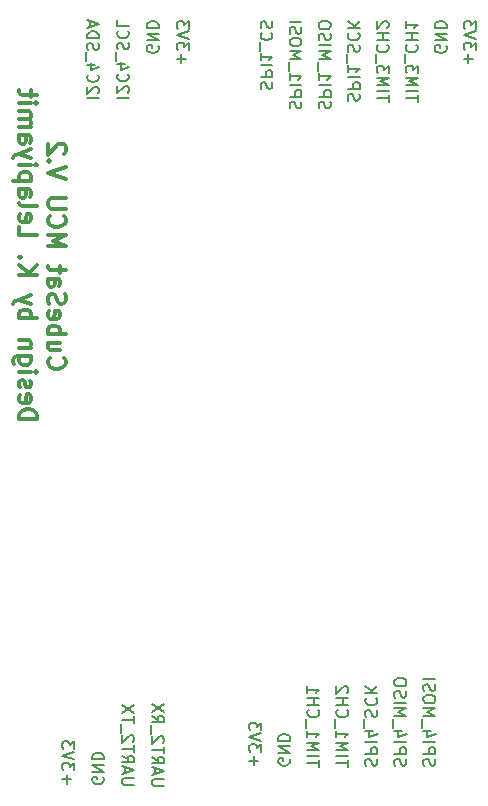
<source format=gbr>
%TF.GenerationSoftware,KiCad,Pcbnew,(6.0.0)*%
%TF.CreationDate,2022-01-20T18:10:17+07:00*%
%TF.ProjectId,CubeSat Thesis MCU V2,43756265-5361-4742-9054-686573697320,rev?*%
%TF.SameCoordinates,Original*%
%TF.FileFunction,Legend,Bot*%
%TF.FilePolarity,Positive*%
%FSLAX46Y46*%
G04 Gerber Fmt 4.6, Leading zero omitted, Abs format (unit mm)*
G04 Created by KiCad (PCBNEW (6.0.0)) date 2022-01-20 18:10:17*
%MOMM*%
%LPD*%
G01*
G04 APERTURE LIST*
%ADD10C,0.150000*%
%ADD11C,0.300000*%
G04 APERTURE END LIST*
D10*
X127923806Y-121333333D02*
X127876187Y-121190476D01*
X127876187Y-120952380D01*
X127923806Y-120857142D01*
X127971425Y-120809523D01*
X128066663Y-120761904D01*
X128161901Y-120761904D01*
X128257139Y-120809523D01*
X128304758Y-120857142D01*
X128352377Y-120952380D01*
X128399996Y-121142857D01*
X128447615Y-121238095D01*
X128495234Y-121285714D01*
X128590472Y-121333333D01*
X128685710Y-121333333D01*
X128780948Y-121285714D01*
X128828568Y-121238095D01*
X128876187Y-121142857D01*
X128876187Y-120904761D01*
X128828568Y-120761904D01*
X127876187Y-120333333D02*
X128876187Y-120333333D01*
X128876187Y-119952380D01*
X128828568Y-119857142D01*
X128780948Y-119809523D01*
X128685710Y-119761904D01*
X128542853Y-119761904D01*
X128447615Y-119809523D01*
X128399996Y-119857142D01*
X128352377Y-119952380D01*
X128352377Y-120333333D01*
X127876187Y-119333333D02*
X128876187Y-119333333D01*
X128542853Y-118428571D02*
X127876187Y-118428571D01*
X128923806Y-118666666D02*
X128209520Y-118904761D01*
X128209520Y-118285714D01*
X127780948Y-118142857D02*
X127780948Y-117380952D01*
X127876187Y-117142857D02*
X128876187Y-117142857D01*
X128161901Y-116809523D01*
X128876187Y-116476190D01*
X127876187Y-116476190D01*
X127876187Y-115999999D02*
X128876187Y-115999999D01*
X127923806Y-115571428D02*
X127876187Y-115428571D01*
X127876187Y-115190476D01*
X127923806Y-115095237D01*
X127971425Y-115047618D01*
X128066663Y-114999999D01*
X128161901Y-114999999D01*
X128257139Y-115047618D01*
X128304758Y-115095237D01*
X128352377Y-115190476D01*
X128399996Y-115380952D01*
X128447615Y-115476190D01*
X128495234Y-115523809D01*
X128590472Y-115571428D01*
X128685710Y-115571428D01*
X128780948Y-115523809D01*
X128828568Y-115476190D01*
X128876187Y-115380952D01*
X128876187Y-115142857D01*
X128828568Y-114999999D01*
X128876187Y-114380952D02*
X128876187Y-114190476D01*
X128828568Y-114095237D01*
X128733329Y-113999999D01*
X128542853Y-113952380D01*
X128209520Y-113952380D01*
X128019044Y-113999999D01*
X127923806Y-114095237D01*
X127876187Y-114190476D01*
X127876187Y-114380952D01*
X127923806Y-114476190D01*
X128019044Y-114571428D01*
X128209520Y-114619047D01*
X128542853Y-114619047D01*
X128733329Y-114571428D01*
X128828568Y-114476190D01*
X128876187Y-114380952D01*
X121509522Y-65695239D02*
X121461903Y-65552382D01*
X121461903Y-65314286D01*
X121509522Y-65219048D01*
X121557141Y-65171429D01*
X121652379Y-65123810D01*
X121747617Y-65123810D01*
X121842855Y-65171429D01*
X121890474Y-65219048D01*
X121938093Y-65314286D01*
X121985712Y-65504763D01*
X122033331Y-65600001D01*
X122080950Y-65647620D01*
X122176188Y-65695239D01*
X122271426Y-65695239D01*
X122366664Y-65647620D01*
X122414284Y-65600001D01*
X122461903Y-65504763D01*
X122461903Y-65266667D01*
X122414284Y-65123810D01*
X121461903Y-64695239D02*
X122461903Y-64695239D01*
X122461903Y-64314286D01*
X122414284Y-64219048D01*
X122366664Y-64171429D01*
X122271426Y-64123810D01*
X122128569Y-64123810D01*
X122033331Y-64171429D01*
X121985712Y-64219048D01*
X121938093Y-64314286D01*
X121938093Y-64695239D01*
X121461903Y-63695239D02*
X122461903Y-63695239D01*
X121461903Y-62695239D02*
X121461903Y-63266667D01*
X121461903Y-62980953D02*
X122461903Y-62980953D01*
X122319045Y-63076191D01*
X122223807Y-63171429D01*
X122176188Y-63266667D01*
X121366664Y-62504763D02*
X121366664Y-61742858D01*
X121461903Y-61504763D02*
X122461903Y-61504763D01*
X121747617Y-61171429D01*
X122461903Y-60838096D01*
X121461903Y-60838096D01*
X121461903Y-60361905D02*
X122461903Y-60361905D01*
X121509522Y-59933334D02*
X121461903Y-59790477D01*
X121461903Y-59552382D01*
X121509522Y-59457143D01*
X121557141Y-59409524D01*
X121652379Y-59361905D01*
X121747617Y-59361905D01*
X121842855Y-59409524D01*
X121890474Y-59457143D01*
X121938093Y-59552382D01*
X121985712Y-59742858D01*
X122033331Y-59838096D01*
X122080950Y-59885715D01*
X122176188Y-59933334D01*
X122271426Y-59933334D01*
X122366664Y-59885715D01*
X122414284Y-59838096D01*
X122461903Y-59742858D01*
X122461903Y-59504763D01*
X122414284Y-59361905D01*
X122461903Y-58742858D02*
X122461903Y-58552382D01*
X122414284Y-58457143D01*
X122319045Y-58361905D01*
X122128569Y-58314286D01*
X121795236Y-58314286D01*
X121604760Y-58361905D01*
X121509522Y-58457143D01*
X121461903Y-58552382D01*
X121461903Y-58742858D01*
X121509522Y-58838096D01*
X121604760Y-58933334D01*
X121795236Y-58980953D01*
X122128569Y-58980953D01*
X122319045Y-58933334D01*
X122414284Y-58838096D01*
X122461903Y-58742858D01*
X101847619Y-64838095D02*
X102847619Y-64838095D01*
X102752380Y-64409523D02*
X102800000Y-64361904D01*
X102847619Y-64266666D01*
X102847619Y-64028571D01*
X102800000Y-63933333D01*
X102752380Y-63885714D01*
X102657142Y-63838095D01*
X102561904Y-63838095D01*
X102419047Y-63885714D01*
X101847619Y-64457142D01*
X101847619Y-63838095D01*
X101942857Y-62838095D02*
X101895238Y-62885714D01*
X101847619Y-63028571D01*
X101847619Y-63123809D01*
X101895238Y-63266666D01*
X101990476Y-63361904D01*
X102085714Y-63409523D01*
X102276190Y-63457142D01*
X102419047Y-63457142D01*
X102609523Y-63409523D01*
X102704761Y-63361904D01*
X102800000Y-63266666D01*
X102847619Y-63123809D01*
X102847619Y-63028571D01*
X102800000Y-62885714D01*
X102752380Y-62838095D01*
X102514285Y-61980952D02*
X101847619Y-61980952D01*
X102895238Y-62219047D02*
X102180952Y-62457142D01*
X102180952Y-61838095D01*
X101752380Y-61695238D02*
X101752380Y-60933333D01*
X101895238Y-60742857D02*
X101847619Y-60600000D01*
X101847619Y-60361904D01*
X101895238Y-60266666D01*
X101942857Y-60219047D01*
X102038095Y-60171428D01*
X102133333Y-60171428D01*
X102228571Y-60219047D01*
X102276190Y-60266666D01*
X102323809Y-60361904D01*
X102371428Y-60552380D01*
X102419047Y-60647619D01*
X102466666Y-60695238D01*
X102561904Y-60742857D01*
X102657142Y-60742857D01*
X102752380Y-60695238D01*
X102800000Y-60647619D01*
X102847619Y-60552380D01*
X102847619Y-60314285D01*
X102800000Y-60171428D01*
X101847619Y-59742857D02*
X102847619Y-59742857D01*
X102847619Y-59504761D01*
X102800000Y-59361904D01*
X102704761Y-59266666D01*
X102609523Y-59219047D01*
X102419047Y-59171428D01*
X102276190Y-59171428D01*
X102085714Y-59219047D01*
X101990476Y-59266666D01*
X101895238Y-59361904D01*
X101847619Y-59504761D01*
X101847619Y-59742857D01*
X102133333Y-58790476D02*
X102133333Y-58314285D01*
X101847619Y-58885714D02*
X102847619Y-58552380D01*
X101847619Y-58219047D01*
X103233334Y-122338094D02*
X103280953Y-122433332D01*
X103280953Y-122576190D01*
X103233334Y-122719047D01*
X103138095Y-122814285D01*
X103042857Y-122861904D01*
X102852381Y-122909523D01*
X102709524Y-122909523D01*
X102519048Y-122861904D01*
X102423810Y-122814285D01*
X102328572Y-122719047D01*
X102280953Y-122576190D01*
X102280953Y-122480951D01*
X102328572Y-122338094D01*
X102376191Y-122290475D01*
X102709524Y-122290475D01*
X102709524Y-122480951D01*
X102280953Y-121861904D02*
X103280953Y-121861904D01*
X102280953Y-121290475D01*
X103280953Y-121290475D01*
X102280953Y-120814285D02*
X103280953Y-120814285D01*
X103280953Y-120576190D01*
X103233334Y-120433332D01*
X103138095Y-120338094D01*
X103042857Y-120290475D01*
X102852381Y-120242856D01*
X102709524Y-120242856D01*
X102519048Y-120290475D01*
X102423810Y-120338094D01*
X102328572Y-120433332D01*
X102280953Y-120576190D01*
X102280953Y-120814285D01*
X121504761Y-121428571D02*
X121504761Y-120857143D01*
X120504761Y-121142857D02*
X121504761Y-121142857D01*
X120504761Y-120523810D02*
X121504761Y-120523810D01*
X120504761Y-120047619D02*
X121504761Y-120047619D01*
X120790475Y-119714286D01*
X121504761Y-119380952D01*
X120504761Y-119380952D01*
X120504761Y-118380952D02*
X120504761Y-118952381D01*
X120504761Y-118666667D02*
X121504761Y-118666667D01*
X121361903Y-118761905D01*
X121266665Y-118857143D01*
X121219046Y-118952381D01*
X120409522Y-118190476D02*
X120409522Y-117428571D01*
X120599999Y-116619048D02*
X120552380Y-116666667D01*
X120504761Y-116809524D01*
X120504761Y-116904762D01*
X120552380Y-117047619D01*
X120647618Y-117142857D01*
X120742856Y-117190476D01*
X120933332Y-117238095D01*
X121076189Y-117238095D01*
X121266665Y-117190476D01*
X121361903Y-117142857D01*
X121457142Y-117047619D01*
X121504761Y-116904762D01*
X121504761Y-116809524D01*
X121457142Y-116666667D01*
X121409522Y-116619048D01*
X120504761Y-116190476D02*
X121504761Y-116190476D01*
X121028570Y-116190476D02*
X121028570Y-115619048D01*
X120504761Y-115619048D02*
X121504761Y-115619048D01*
X120504761Y-114619048D02*
X120504761Y-115190476D01*
X120504761Y-114904762D02*
X121504761Y-114904762D01*
X121361903Y-115000000D01*
X121266665Y-115095238D01*
X121219046Y-115190476D01*
X105814286Y-122957142D02*
X105004762Y-122957142D01*
X104909524Y-122909523D01*
X104861905Y-122861904D01*
X104814286Y-122766666D01*
X104814286Y-122576190D01*
X104861905Y-122480952D01*
X104909524Y-122433333D01*
X105004762Y-122385714D01*
X105814286Y-122385714D01*
X105100000Y-121957142D02*
X105100000Y-121480952D01*
X104814286Y-122052380D02*
X105814286Y-121719047D01*
X104814286Y-121385714D01*
X104814286Y-120480952D02*
X105290476Y-120814285D01*
X104814286Y-121052380D02*
X105814286Y-121052380D01*
X105814286Y-120671428D01*
X105766667Y-120576190D01*
X105719047Y-120528571D01*
X105623809Y-120480952D01*
X105480952Y-120480952D01*
X105385714Y-120528571D01*
X105338095Y-120576190D01*
X105290476Y-120671428D01*
X105290476Y-121052380D01*
X105814286Y-120195238D02*
X105814286Y-119623809D01*
X104814286Y-119909523D02*
X105814286Y-119909523D01*
X105719047Y-119338095D02*
X105766667Y-119290476D01*
X105814286Y-119195238D01*
X105814286Y-118957142D01*
X105766667Y-118861904D01*
X105719047Y-118814285D01*
X105623809Y-118766666D01*
X105528571Y-118766666D01*
X105385714Y-118814285D01*
X104814286Y-119385714D01*
X104814286Y-118766666D01*
X104719047Y-118576190D02*
X104719047Y-117814285D01*
X105814286Y-117719047D02*
X105814286Y-117147619D01*
X104814286Y-117433333D02*
X105814286Y-117433333D01*
X105814286Y-116909523D02*
X104814286Y-116242857D01*
X105814286Y-116242857D02*
X104814286Y-116909523D01*
X107866666Y-60409523D02*
X107914285Y-60504761D01*
X107914285Y-60647619D01*
X107866666Y-60790476D01*
X107771427Y-60885714D01*
X107676189Y-60933333D01*
X107485713Y-60980952D01*
X107342856Y-60980952D01*
X107152380Y-60933333D01*
X107057142Y-60885714D01*
X106961904Y-60790476D01*
X106914285Y-60647619D01*
X106914285Y-60552380D01*
X106961904Y-60409523D01*
X107009523Y-60361904D01*
X107342856Y-60361904D01*
X107342856Y-60552380D01*
X106914285Y-59933333D02*
X107914285Y-59933333D01*
X106914285Y-59361904D01*
X107914285Y-59361904D01*
X106914285Y-58885714D02*
X107914285Y-58885714D01*
X107914285Y-58647619D01*
X107866666Y-58504761D01*
X107771427Y-58409523D01*
X107676189Y-58361904D01*
X107485713Y-58314285D01*
X107342856Y-58314285D01*
X107152380Y-58361904D01*
X107057142Y-58409523D01*
X106961904Y-58504761D01*
X106914285Y-58647619D01*
X106914285Y-58885714D01*
X108347619Y-123052380D02*
X107538095Y-123052380D01*
X107442857Y-123004761D01*
X107395238Y-122957142D01*
X107347619Y-122861904D01*
X107347619Y-122671428D01*
X107395238Y-122576189D01*
X107442857Y-122528570D01*
X107538095Y-122480951D01*
X108347619Y-122480951D01*
X107633333Y-122052380D02*
X107633333Y-121576189D01*
X107347619Y-122147618D02*
X108347619Y-121814285D01*
X107347619Y-121480951D01*
X107347619Y-120576189D02*
X107823809Y-120909523D01*
X107347619Y-121147618D02*
X108347619Y-121147618D01*
X108347619Y-120766666D01*
X108300000Y-120671428D01*
X108252380Y-120623809D01*
X108157142Y-120576189D01*
X108014285Y-120576189D01*
X107919047Y-120623809D01*
X107871428Y-120671428D01*
X107823809Y-120766666D01*
X107823809Y-121147618D01*
X108347619Y-120290475D02*
X108347619Y-119719047D01*
X107347619Y-120004761D02*
X108347619Y-120004761D01*
X108252380Y-119433332D02*
X108300000Y-119385713D01*
X108347619Y-119290475D01*
X108347619Y-119052380D01*
X108300000Y-118957142D01*
X108252380Y-118909523D01*
X108157142Y-118861904D01*
X108061904Y-118861904D01*
X107919047Y-118909523D01*
X107347619Y-119480951D01*
X107347619Y-118861904D01*
X107252380Y-118671428D02*
X107252380Y-117909523D01*
X107347619Y-117099999D02*
X107823809Y-117433332D01*
X107347619Y-117671428D02*
X108347619Y-117671428D01*
X108347619Y-117290475D01*
X108300000Y-117195237D01*
X108252380Y-117147618D01*
X108157142Y-117099999D01*
X108014285Y-117099999D01*
X107919047Y-117147618D01*
X107871428Y-117195237D01*
X107823809Y-117290475D01*
X107823809Y-117671428D01*
X108347619Y-116766666D02*
X107347619Y-116099999D01*
X108347619Y-116099999D02*
X107347619Y-116766666D01*
X104380952Y-64790476D02*
X105380952Y-64790476D01*
X105285713Y-64361905D02*
X105333333Y-64314286D01*
X105380952Y-64219048D01*
X105380952Y-63980952D01*
X105333333Y-63885714D01*
X105285713Y-63838095D01*
X105190475Y-63790476D01*
X105095237Y-63790476D01*
X104952380Y-63838095D01*
X104380952Y-64409524D01*
X104380952Y-63790476D01*
X104476190Y-62790476D02*
X104428571Y-62838095D01*
X104380952Y-62980952D01*
X104380952Y-63076191D01*
X104428571Y-63219048D01*
X104523809Y-63314286D01*
X104619047Y-63361905D01*
X104809523Y-63409524D01*
X104952380Y-63409524D01*
X105142856Y-63361905D01*
X105238094Y-63314286D01*
X105333333Y-63219048D01*
X105380952Y-63076191D01*
X105380952Y-62980952D01*
X105333333Y-62838095D01*
X105285713Y-62790476D01*
X105047618Y-61933333D02*
X104380952Y-61933333D01*
X105428571Y-62171429D02*
X104714285Y-62409524D01*
X104714285Y-61790476D01*
X104285713Y-61647619D02*
X104285713Y-60885714D01*
X104428571Y-60695238D02*
X104380952Y-60552381D01*
X104380952Y-60314286D01*
X104428571Y-60219048D01*
X104476190Y-60171429D01*
X104571428Y-60123810D01*
X104666666Y-60123810D01*
X104761904Y-60171429D01*
X104809523Y-60219048D01*
X104857142Y-60314286D01*
X104904761Y-60504762D01*
X104952380Y-60600000D01*
X104999999Y-60647619D01*
X105095237Y-60695238D01*
X105190475Y-60695238D01*
X105285713Y-60647619D01*
X105333333Y-60600000D01*
X105380952Y-60504762D01*
X105380952Y-60266667D01*
X105333333Y-60123810D01*
X104476190Y-59123810D02*
X104428571Y-59171429D01*
X104380952Y-59314286D01*
X104380952Y-59409524D01*
X104428571Y-59552381D01*
X104523809Y-59647619D01*
X104619047Y-59695238D01*
X104809523Y-59742857D01*
X104952380Y-59742857D01*
X105142856Y-59695238D01*
X105238094Y-59647619D01*
X105333333Y-59552381D01*
X105380952Y-59409524D01*
X105380952Y-59314286D01*
X105333333Y-59171429D01*
X105285713Y-59123810D01*
X104380952Y-58219048D02*
X104380952Y-58695238D01*
X105380952Y-58695238D01*
X109828571Y-61885714D02*
X109828571Y-61123810D01*
X109447619Y-61504762D02*
X110209523Y-61504762D01*
X110447619Y-60742857D02*
X110447619Y-60123810D01*
X110066666Y-60457143D01*
X110066666Y-60314286D01*
X110019047Y-60219048D01*
X109971428Y-60171429D01*
X109876190Y-60123810D01*
X109638095Y-60123810D01*
X109542857Y-60171429D01*
X109495238Y-60219048D01*
X109447619Y-60314286D01*
X109447619Y-60600000D01*
X109495238Y-60695238D01*
X109542857Y-60742857D01*
X110447619Y-59838095D02*
X109447619Y-59504762D01*
X110447619Y-59171429D01*
X110447619Y-58933333D02*
X110447619Y-58314286D01*
X110066666Y-58647619D01*
X110066666Y-58504762D01*
X110019047Y-58409524D01*
X109971428Y-58361905D01*
X109876190Y-58314286D01*
X109638095Y-58314286D01*
X109542857Y-58361905D01*
X109495238Y-58409524D01*
X109447619Y-58504762D01*
X109447619Y-58790476D01*
X109495238Y-58885714D01*
X109542857Y-58933333D01*
X125466664Y-121333333D02*
X125419045Y-121190476D01*
X125419045Y-120952381D01*
X125466664Y-120857143D01*
X125514283Y-120809524D01*
X125609521Y-120761905D01*
X125704759Y-120761905D01*
X125799997Y-120809524D01*
X125847616Y-120857143D01*
X125895235Y-120952381D01*
X125942854Y-121142857D01*
X125990473Y-121238095D01*
X126038092Y-121285714D01*
X126133330Y-121333333D01*
X126228568Y-121333333D01*
X126323806Y-121285714D01*
X126371426Y-121238095D01*
X126419045Y-121142857D01*
X126419045Y-120904762D01*
X126371426Y-120761905D01*
X125419045Y-120333333D02*
X126419045Y-120333333D01*
X126419045Y-119952381D01*
X126371426Y-119857143D01*
X126323806Y-119809524D01*
X126228568Y-119761905D01*
X126085711Y-119761905D01*
X125990473Y-119809524D01*
X125942854Y-119857143D01*
X125895235Y-119952381D01*
X125895235Y-120333333D01*
X125419045Y-119333333D02*
X126419045Y-119333333D01*
X126085711Y-118428571D02*
X125419045Y-118428571D01*
X126466664Y-118666667D02*
X125752378Y-118904762D01*
X125752378Y-118285714D01*
X125323806Y-118142857D02*
X125323806Y-117380952D01*
X125466664Y-117190476D02*
X125419045Y-117047619D01*
X125419045Y-116809524D01*
X125466664Y-116714286D01*
X125514283Y-116666667D01*
X125609521Y-116619048D01*
X125704759Y-116619048D01*
X125799997Y-116666667D01*
X125847616Y-116714286D01*
X125895235Y-116809524D01*
X125942854Y-117000000D01*
X125990473Y-117095238D01*
X126038092Y-117142857D01*
X126133330Y-117190476D01*
X126228568Y-117190476D01*
X126323806Y-117142857D01*
X126371426Y-117095238D01*
X126419045Y-117000000D01*
X126419045Y-116761905D01*
X126371426Y-116619048D01*
X125514283Y-115619048D02*
X125466664Y-115666667D01*
X125419045Y-115809524D01*
X125419045Y-115904762D01*
X125466664Y-116047619D01*
X125561902Y-116142857D01*
X125657140Y-116190476D01*
X125847616Y-116238095D01*
X125990473Y-116238095D01*
X126180949Y-116190476D01*
X126276187Y-116142857D01*
X126371426Y-116047619D01*
X126419045Y-115904762D01*
X126419045Y-115809524D01*
X126371426Y-115666667D01*
X126323806Y-115619048D01*
X125419045Y-115190476D02*
X126419045Y-115190476D01*
X125419045Y-114619048D02*
X125990473Y-115047619D01*
X126419045Y-114619048D02*
X125847616Y-115190476D01*
X123961903Y-121428571D02*
X123961903Y-120857143D01*
X122961903Y-121142857D02*
X123961903Y-121142857D01*
X122961903Y-120523810D02*
X123961903Y-120523810D01*
X122961903Y-120047619D02*
X123961903Y-120047619D01*
X123247617Y-119714286D01*
X123961903Y-119380952D01*
X122961903Y-119380952D01*
X122961903Y-118380952D02*
X122961903Y-118952381D01*
X122961903Y-118666667D02*
X123961903Y-118666667D01*
X123819045Y-118761905D01*
X123723807Y-118857143D01*
X123676188Y-118952381D01*
X122866664Y-118190476D02*
X122866664Y-117428571D01*
X123057141Y-116619048D02*
X123009522Y-116666667D01*
X122961903Y-116809524D01*
X122961903Y-116904762D01*
X123009522Y-117047619D01*
X123104760Y-117142857D01*
X123199998Y-117190476D01*
X123390474Y-117238095D01*
X123533331Y-117238095D01*
X123723807Y-117190476D01*
X123819045Y-117142857D01*
X123914284Y-117047619D01*
X123961903Y-116904762D01*
X123961903Y-116809524D01*
X123914284Y-116666667D01*
X123866664Y-116619048D01*
X122961903Y-116190476D02*
X123961903Y-116190476D01*
X123485712Y-116190476D02*
X123485712Y-115619048D01*
X122961903Y-115619048D02*
X123961903Y-115619048D01*
X123866664Y-115190476D02*
X123914284Y-115142857D01*
X123961903Y-115047619D01*
X123961903Y-114809524D01*
X123914284Y-114714286D01*
X123866664Y-114666667D01*
X123771426Y-114619048D01*
X123676188Y-114619048D01*
X123533331Y-114666667D01*
X122961903Y-115238095D01*
X122961903Y-114619048D01*
X119000000Y-120761904D02*
X119047619Y-120857142D01*
X119047619Y-121000000D01*
X119000000Y-121142857D01*
X118904761Y-121238095D01*
X118809523Y-121285714D01*
X118619047Y-121333333D01*
X118476190Y-121333333D01*
X118285714Y-121285714D01*
X118190476Y-121238095D01*
X118095238Y-121142857D01*
X118047619Y-121000000D01*
X118047619Y-120904761D01*
X118095238Y-120761904D01*
X118142857Y-120714285D01*
X118476190Y-120714285D01*
X118476190Y-120904761D01*
X118047619Y-120285714D02*
X119047619Y-120285714D01*
X118047619Y-119714285D01*
X119047619Y-119714285D01*
X118047619Y-119238095D02*
X119047619Y-119238095D01*
X119047619Y-119000000D01*
X119000000Y-118857142D01*
X118904761Y-118761904D01*
X118809523Y-118714285D01*
X118619047Y-118666666D01*
X118476190Y-118666666D01*
X118285714Y-118714285D01*
X118190476Y-118761904D01*
X118095238Y-118857142D01*
X118047619Y-119000000D01*
X118047619Y-119238095D01*
X100128571Y-122861904D02*
X100128571Y-122100000D01*
X99747619Y-122480952D02*
X100509523Y-122480952D01*
X100747619Y-121719047D02*
X100747619Y-121100000D01*
X100366666Y-121433333D01*
X100366666Y-121290476D01*
X100319047Y-121195238D01*
X100271428Y-121147619D01*
X100176190Y-121100000D01*
X99938095Y-121100000D01*
X99842857Y-121147619D01*
X99795238Y-121195238D01*
X99747619Y-121290476D01*
X99747619Y-121576190D01*
X99795238Y-121671428D01*
X99842857Y-121719047D01*
X100747619Y-120814285D02*
X99747619Y-120480952D01*
X100747619Y-120147619D01*
X100747619Y-119909523D02*
X100747619Y-119290476D01*
X100366666Y-119623809D01*
X100366666Y-119480952D01*
X100319047Y-119385714D01*
X100271428Y-119338095D01*
X100176190Y-119290476D01*
X99938095Y-119290476D01*
X99842857Y-119338095D01*
X99795238Y-119385714D01*
X99747619Y-119480952D01*
X99747619Y-119766666D01*
X99795238Y-119861904D01*
X99842857Y-119909523D01*
X115971423Y-121285714D02*
X115971423Y-120523810D01*
X115590471Y-120904762D02*
X116352375Y-120904762D01*
X116590471Y-120142857D02*
X116590471Y-119523810D01*
X116209518Y-119857143D01*
X116209518Y-119714286D01*
X116161899Y-119619048D01*
X116114280Y-119571429D01*
X116019042Y-119523810D01*
X115780947Y-119523810D01*
X115685709Y-119571429D01*
X115638090Y-119619048D01*
X115590471Y-119714286D01*
X115590471Y-120000000D01*
X115638090Y-120095238D01*
X115685709Y-120142857D01*
X116590471Y-119238095D02*
X115590471Y-118904762D01*
X116590471Y-118571429D01*
X116590471Y-118333333D02*
X116590471Y-117714286D01*
X116209518Y-118047619D01*
X116209518Y-117904762D01*
X116161899Y-117809524D01*
X116114280Y-117761905D01*
X116019042Y-117714286D01*
X115780947Y-117714286D01*
X115685709Y-117761905D01*
X115638090Y-117809524D01*
X115590471Y-117904762D01*
X115590471Y-118190476D01*
X115638090Y-118285714D01*
X115685709Y-118333333D01*
X130380948Y-121333333D02*
X130333329Y-121190476D01*
X130333329Y-120952380D01*
X130380948Y-120857142D01*
X130428567Y-120809523D01*
X130523805Y-120761904D01*
X130619043Y-120761904D01*
X130714281Y-120809523D01*
X130761900Y-120857142D01*
X130809519Y-120952380D01*
X130857138Y-121142857D01*
X130904757Y-121238095D01*
X130952376Y-121285714D01*
X131047614Y-121333333D01*
X131142852Y-121333333D01*
X131238090Y-121285714D01*
X131285710Y-121238095D01*
X131333329Y-121142857D01*
X131333329Y-120904761D01*
X131285710Y-120761904D01*
X130333329Y-120333333D02*
X131333329Y-120333333D01*
X131333329Y-119952380D01*
X131285710Y-119857142D01*
X131238090Y-119809523D01*
X131142852Y-119761904D01*
X130999995Y-119761904D01*
X130904757Y-119809523D01*
X130857138Y-119857142D01*
X130809519Y-119952380D01*
X130809519Y-120333333D01*
X130333329Y-119333333D02*
X131333329Y-119333333D01*
X130999995Y-118428571D02*
X130333329Y-118428571D01*
X131380948Y-118666666D02*
X130666662Y-118904761D01*
X130666662Y-118285714D01*
X130238090Y-118142857D02*
X130238090Y-117380952D01*
X130333329Y-117142857D02*
X131333329Y-117142857D01*
X130619043Y-116809523D01*
X131333329Y-116476190D01*
X130333329Y-116476190D01*
X131333329Y-115809523D02*
X131333329Y-115619047D01*
X131285710Y-115523809D01*
X131190471Y-115428571D01*
X130999995Y-115380952D01*
X130666662Y-115380952D01*
X130476186Y-115428571D01*
X130380948Y-115523809D01*
X130333329Y-115619047D01*
X130333329Y-115809523D01*
X130380948Y-115904761D01*
X130476186Y-115999999D01*
X130666662Y-116047618D01*
X130999995Y-116047618D01*
X131190471Y-115999999D01*
X131285710Y-115904761D01*
X131333329Y-115809523D01*
X130380948Y-114999999D02*
X130333329Y-114857142D01*
X130333329Y-114619047D01*
X130380948Y-114523809D01*
X130428567Y-114476190D01*
X130523805Y-114428571D01*
X130619043Y-114428571D01*
X130714281Y-114476190D01*
X130761900Y-114523809D01*
X130809519Y-114619047D01*
X130857138Y-114809523D01*
X130904757Y-114904761D01*
X130952376Y-114952380D01*
X131047614Y-114999999D01*
X131142852Y-114999999D01*
X131238090Y-114952380D01*
X131285710Y-114904761D01*
X131333329Y-114809523D01*
X131333329Y-114571428D01*
X131285710Y-114428571D01*
X130333329Y-113999999D02*
X131333329Y-113999999D01*
X129833329Y-65123809D02*
X129833329Y-64552381D01*
X128833329Y-64838095D02*
X129833329Y-64838095D01*
X128833329Y-64219048D02*
X129833329Y-64219048D01*
X128833329Y-63742857D02*
X129833329Y-63742857D01*
X129119043Y-63409524D01*
X129833329Y-63076190D01*
X128833329Y-63076190D01*
X129833329Y-62695238D02*
X129833329Y-62076190D01*
X129452376Y-62409524D01*
X129452376Y-62266667D01*
X129404757Y-62171429D01*
X129357138Y-62123809D01*
X129261900Y-62076190D01*
X129023805Y-62076190D01*
X128928567Y-62123809D01*
X128880948Y-62171429D01*
X128833329Y-62266667D01*
X128833329Y-62552381D01*
X128880948Y-62647619D01*
X128928567Y-62695238D01*
X128738090Y-61885714D02*
X128738090Y-61123809D01*
X128928567Y-60314286D02*
X128880948Y-60361905D01*
X128833329Y-60504762D01*
X128833329Y-60600000D01*
X128880948Y-60742857D01*
X128976186Y-60838095D01*
X129071424Y-60885714D01*
X129261900Y-60933333D01*
X129404757Y-60933333D01*
X129595233Y-60885714D01*
X129690471Y-60838095D01*
X129785710Y-60742857D01*
X129833329Y-60600000D01*
X129833329Y-60504762D01*
X129785710Y-60361905D01*
X129738090Y-60314286D01*
X128833329Y-59885714D02*
X129833329Y-59885714D01*
X129357138Y-59885714D02*
X129357138Y-59314286D01*
X128833329Y-59314286D02*
X129833329Y-59314286D01*
X128833329Y-58314286D02*
X128833329Y-58885714D01*
X128833329Y-58600000D02*
X129833329Y-58600000D01*
X129690471Y-58695238D01*
X129595233Y-58790476D01*
X129547614Y-58885714D01*
X132242852Y-60409524D02*
X132290471Y-60504762D01*
X132290471Y-60647620D01*
X132242852Y-60790477D01*
X132147613Y-60885715D01*
X132052375Y-60933334D01*
X131861899Y-60980953D01*
X131719042Y-60980953D01*
X131528566Y-60933334D01*
X131433328Y-60885715D01*
X131338090Y-60790477D01*
X131290471Y-60647620D01*
X131290471Y-60552381D01*
X131338090Y-60409524D01*
X131385709Y-60361905D01*
X131719042Y-60361905D01*
X131719042Y-60552381D01*
X131290471Y-59933334D02*
X132290471Y-59933334D01*
X131290471Y-59361905D01*
X132290471Y-59361905D01*
X131290471Y-58885715D02*
X132290471Y-58885715D01*
X132290471Y-58647620D01*
X132242852Y-58504762D01*
X132147613Y-58409524D01*
X132052375Y-58361905D01*
X131861899Y-58314286D01*
X131719042Y-58314286D01*
X131528566Y-58361905D01*
X131433328Y-58409524D01*
X131338090Y-58504762D01*
X131290471Y-58647620D01*
X131290471Y-58885715D01*
D11*
X98671785Y-86807142D02*
X98600357Y-86878571D01*
X98528928Y-87092857D01*
X98528928Y-87235714D01*
X98600357Y-87450000D01*
X98743214Y-87592857D01*
X98886071Y-87664285D01*
X99171785Y-87735714D01*
X99386071Y-87735714D01*
X99671785Y-87664285D01*
X99814642Y-87592857D01*
X99957500Y-87450000D01*
X100028928Y-87235714D01*
X100028928Y-87092857D01*
X99957500Y-86878571D01*
X99886071Y-86807142D01*
X99528928Y-85521428D02*
X98528928Y-85521428D01*
X99528928Y-86164285D02*
X98743214Y-86164285D01*
X98600357Y-86092857D01*
X98528928Y-85950000D01*
X98528928Y-85735714D01*
X98600357Y-85592857D01*
X98671785Y-85521428D01*
X98528928Y-84807142D02*
X100028928Y-84807142D01*
X99457500Y-84807142D02*
X99528928Y-84664285D01*
X99528928Y-84378571D01*
X99457500Y-84235714D01*
X99386071Y-84164285D01*
X99243214Y-84092857D01*
X98814642Y-84092857D01*
X98671785Y-84164285D01*
X98600357Y-84235714D01*
X98528928Y-84378571D01*
X98528928Y-84664285D01*
X98600357Y-84807142D01*
X98600357Y-82878571D02*
X98528928Y-83021428D01*
X98528928Y-83307142D01*
X98600357Y-83450000D01*
X98743214Y-83521428D01*
X99314642Y-83521428D01*
X99457500Y-83450000D01*
X99528928Y-83307142D01*
X99528928Y-83021428D01*
X99457500Y-82878571D01*
X99314642Y-82807142D01*
X99171785Y-82807142D01*
X99028928Y-83521428D01*
X98600357Y-82235714D02*
X98528928Y-82021428D01*
X98528928Y-81664285D01*
X98600357Y-81521428D01*
X98671785Y-81450000D01*
X98814642Y-81378571D01*
X98957500Y-81378571D01*
X99100357Y-81450000D01*
X99171785Y-81521428D01*
X99243214Y-81664285D01*
X99314642Y-81950000D01*
X99386071Y-82092857D01*
X99457500Y-82164285D01*
X99600357Y-82235714D01*
X99743214Y-82235714D01*
X99886071Y-82164285D01*
X99957500Y-82092857D01*
X100028928Y-81950000D01*
X100028928Y-81592857D01*
X99957500Y-81378571D01*
X98528928Y-80092857D02*
X99314642Y-80092857D01*
X99457500Y-80164285D01*
X99528928Y-80307142D01*
X99528928Y-80592857D01*
X99457500Y-80735714D01*
X98600357Y-80092857D02*
X98528928Y-80235714D01*
X98528928Y-80592857D01*
X98600357Y-80735714D01*
X98743214Y-80807142D01*
X98886071Y-80807142D01*
X99028928Y-80735714D01*
X99100357Y-80592857D01*
X99100357Y-80235714D01*
X99171785Y-80092857D01*
X99528928Y-79592857D02*
X99528928Y-79021428D01*
X100028928Y-79378571D02*
X98743214Y-79378571D01*
X98600357Y-79307142D01*
X98528928Y-79164285D01*
X98528928Y-79021428D01*
X98528928Y-77378571D02*
X100028928Y-77378571D01*
X98957500Y-76878571D01*
X100028928Y-76378571D01*
X98528928Y-76378571D01*
X98671785Y-74807142D02*
X98600357Y-74878571D01*
X98528928Y-75092857D01*
X98528928Y-75235714D01*
X98600357Y-75450000D01*
X98743214Y-75592857D01*
X98886071Y-75664285D01*
X99171785Y-75735714D01*
X99386071Y-75735714D01*
X99671785Y-75664285D01*
X99814642Y-75592857D01*
X99957500Y-75450000D01*
X100028928Y-75235714D01*
X100028928Y-75092857D01*
X99957500Y-74878571D01*
X99886071Y-74807142D01*
X100028928Y-74164285D02*
X98814642Y-74164285D01*
X98671785Y-74092857D01*
X98600357Y-74021428D01*
X98528928Y-73878571D01*
X98528928Y-73592857D01*
X98600357Y-73450000D01*
X98671785Y-73378571D01*
X98814642Y-73307142D01*
X100028928Y-73307142D01*
X100028928Y-71664285D02*
X98528928Y-71164285D01*
X100028928Y-70664285D01*
X98671785Y-70164285D02*
X98600357Y-70092857D01*
X98528928Y-70164285D01*
X98600357Y-70235714D01*
X98671785Y-70164285D01*
X98528928Y-70164285D01*
X99886071Y-69521428D02*
X99957500Y-69450000D01*
X100028928Y-69307142D01*
X100028928Y-68950000D01*
X99957500Y-68807142D01*
X99886071Y-68735714D01*
X99743214Y-68664285D01*
X99600357Y-68664285D01*
X99386071Y-68735714D01*
X98528928Y-69592857D01*
X98528928Y-68664285D01*
X96113928Y-92021428D02*
X97613928Y-92021428D01*
X97613928Y-91664285D01*
X97542500Y-91450000D01*
X97399642Y-91307142D01*
X97256785Y-91235714D01*
X96971071Y-91164285D01*
X96756785Y-91164285D01*
X96471071Y-91235714D01*
X96328214Y-91307142D01*
X96185357Y-91450000D01*
X96113928Y-91664285D01*
X96113928Y-92021428D01*
X96185357Y-89950000D02*
X96113928Y-90092857D01*
X96113928Y-90378571D01*
X96185357Y-90521428D01*
X96328214Y-90592857D01*
X96899642Y-90592857D01*
X97042500Y-90521428D01*
X97113928Y-90378571D01*
X97113928Y-90092857D01*
X97042500Y-89950000D01*
X96899642Y-89878571D01*
X96756785Y-89878571D01*
X96613928Y-90592857D01*
X96185357Y-89307142D02*
X96113928Y-89164285D01*
X96113928Y-88878571D01*
X96185357Y-88735714D01*
X96328214Y-88664285D01*
X96399642Y-88664285D01*
X96542500Y-88735714D01*
X96613928Y-88878571D01*
X96613928Y-89092857D01*
X96685357Y-89235714D01*
X96828214Y-89307142D01*
X96899642Y-89307142D01*
X97042500Y-89235714D01*
X97113928Y-89092857D01*
X97113928Y-88878571D01*
X97042500Y-88735714D01*
X96113928Y-88021428D02*
X97113928Y-88021428D01*
X97613928Y-88021428D02*
X97542500Y-88092857D01*
X97471071Y-88021428D01*
X97542500Y-87950000D01*
X97613928Y-88021428D01*
X97471071Y-88021428D01*
X97113928Y-86664285D02*
X95899642Y-86664285D01*
X95756785Y-86735714D01*
X95685357Y-86807142D01*
X95613928Y-86950000D01*
X95613928Y-87164285D01*
X95685357Y-87307142D01*
X96185357Y-86664285D02*
X96113928Y-86807142D01*
X96113928Y-87092857D01*
X96185357Y-87235714D01*
X96256785Y-87307142D01*
X96399642Y-87378571D01*
X96828214Y-87378571D01*
X96971071Y-87307142D01*
X97042500Y-87235714D01*
X97113928Y-87092857D01*
X97113928Y-86807142D01*
X97042500Y-86664285D01*
X97113928Y-85950000D02*
X96113928Y-85950000D01*
X96971071Y-85950000D02*
X97042500Y-85878571D01*
X97113928Y-85735714D01*
X97113928Y-85521428D01*
X97042500Y-85378571D01*
X96899642Y-85307142D01*
X96113928Y-85307142D01*
X96113928Y-83450000D02*
X97613928Y-83450000D01*
X97042500Y-83450000D02*
X97113928Y-83307142D01*
X97113928Y-83021428D01*
X97042500Y-82878571D01*
X96971071Y-82807142D01*
X96828214Y-82735714D01*
X96399642Y-82735714D01*
X96256785Y-82807142D01*
X96185357Y-82878571D01*
X96113928Y-83021428D01*
X96113928Y-83307142D01*
X96185357Y-83450000D01*
X97113928Y-82235714D02*
X96113928Y-81878571D01*
X97113928Y-81521428D02*
X96113928Y-81878571D01*
X95756785Y-82021428D01*
X95685357Y-82092857D01*
X95613928Y-82235714D01*
X96113928Y-79807142D02*
X97613928Y-79807142D01*
X96113928Y-78950000D02*
X96971071Y-79592857D01*
X97613928Y-78950000D02*
X96756785Y-79807142D01*
X96256785Y-78307142D02*
X96185357Y-78235714D01*
X96113928Y-78307142D01*
X96185357Y-78378571D01*
X96256785Y-78307142D01*
X96113928Y-78307142D01*
X96113928Y-75735714D02*
X96113928Y-76450000D01*
X97613928Y-76450000D01*
X96185357Y-74664285D02*
X96113928Y-74807142D01*
X96113928Y-75092857D01*
X96185357Y-75235714D01*
X96328214Y-75307142D01*
X96899642Y-75307142D01*
X97042500Y-75235714D01*
X97113928Y-75092857D01*
X97113928Y-74807142D01*
X97042500Y-74664285D01*
X96899642Y-74592857D01*
X96756785Y-74592857D01*
X96613928Y-75307142D01*
X96113928Y-73735714D02*
X96185357Y-73878571D01*
X96328214Y-73950000D01*
X97613928Y-73950000D01*
X96113928Y-72521428D02*
X96899642Y-72521428D01*
X97042500Y-72592857D01*
X97113928Y-72735714D01*
X97113928Y-73021428D01*
X97042500Y-73164285D01*
X96185357Y-72521428D02*
X96113928Y-72664285D01*
X96113928Y-73021428D01*
X96185357Y-73164285D01*
X96328214Y-73235714D01*
X96471071Y-73235714D01*
X96613928Y-73164285D01*
X96685357Y-73021428D01*
X96685357Y-72664285D01*
X96756785Y-72521428D01*
X97113928Y-71807142D02*
X95613928Y-71807142D01*
X97042500Y-71807142D02*
X97113928Y-71664285D01*
X97113928Y-71378571D01*
X97042500Y-71235714D01*
X96971071Y-71164285D01*
X96828214Y-71092857D01*
X96399642Y-71092857D01*
X96256785Y-71164285D01*
X96185357Y-71235714D01*
X96113928Y-71378571D01*
X96113928Y-71664285D01*
X96185357Y-71807142D01*
X96113928Y-70450000D02*
X97113928Y-70450000D01*
X97613928Y-70450000D02*
X97542500Y-70521428D01*
X97471071Y-70450000D01*
X97542500Y-70378571D01*
X97613928Y-70450000D01*
X97471071Y-70450000D01*
X97113928Y-69878571D02*
X96113928Y-69521428D01*
X97113928Y-69164285D02*
X96113928Y-69521428D01*
X95756785Y-69664285D01*
X95685357Y-69735714D01*
X95613928Y-69878571D01*
X96113928Y-67950000D02*
X96899642Y-67950000D01*
X97042500Y-68021428D01*
X97113928Y-68164285D01*
X97113928Y-68450000D01*
X97042500Y-68592857D01*
X96185357Y-67950000D02*
X96113928Y-68092857D01*
X96113928Y-68450000D01*
X96185357Y-68592857D01*
X96328214Y-68664285D01*
X96471071Y-68664285D01*
X96613928Y-68592857D01*
X96685357Y-68450000D01*
X96685357Y-68092857D01*
X96756785Y-67950000D01*
X96113928Y-67235714D02*
X97113928Y-67235714D01*
X96971071Y-67235714D02*
X97042500Y-67164285D01*
X97113928Y-67021428D01*
X97113928Y-66807142D01*
X97042500Y-66664285D01*
X96899642Y-66592857D01*
X96113928Y-66592857D01*
X96899642Y-66592857D02*
X97042500Y-66521428D01*
X97113928Y-66378571D01*
X97113928Y-66164285D01*
X97042500Y-66021428D01*
X96899642Y-65950000D01*
X96113928Y-65950000D01*
X96113928Y-65235714D02*
X97113928Y-65235714D01*
X97613928Y-65235714D02*
X97542500Y-65307142D01*
X97471071Y-65235714D01*
X97542500Y-65164285D01*
X97613928Y-65235714D01*
X97471071Y-65235714D01*
X97113928Y-64735714D02*
X97113928Y-64164285D01*
X97613928Y-64521428D02*
X96328214Y-64521428D01*
X96185357Y-64450000D01*
X96113928Y-64307142D01*
X96113928Y-64164285D01*
D10*
X116595238Y-64028571D02*
X116547619Y-63885714D01*
X116547619Y-63647619D01*
X116595238Y-63552381D01*
X116642857Y-63504762D01*
X116738095Y-63457143D01*
X116833333Y-63457143D01*
X116928571Y-63504762D01*
X116976190Y-63552381D01*
X117023809Y-63647619D01*
X117071428Y-63838095D01*
X117119047Y-63933333D01*
X117166666Y-63980952D01*
X117261904Y-64028571D01*
X117357142Y-64028571D01*
X117452380Y-63980952D01*
X117500000Y-63933333D01*
X117547619Y-63838095D01*
X117547619Y-63600000D01*
X117500000Y-63457143D01*
X116547619Y-63028571D02*
X117547619Y-63028571D01*
X117547619Y-62647619D01*
X117500000Y-62552381D01*
X117452380Y-62504762D01*
X117357142Y-62457143D01*
X117214285Y-62457143D01*
X117119047Y-62504762D01*
X117071428Y-62552381D01*
X117023809Y-62647619D01*
X117023809Y-63028571D01*
X116547619Y-62028571D02*
X117547619Y-62028571D01*
X116547619Y-61028571D02*
X116547619Y-61600000D01*
X116547619Y-61314286D02*
X117547619Y-61314286D01*
X117404761Y-61409524D01*
X117309523Y-61504762D01*
X117261904Y-61600000D01*
X116452380Y-60838095D02*
X116452380Y-60076190D01*
X116642857Y-59266667D02*
X116595238Y-59314286D01*
X116547619Y-59457143D01*
X116547619Y-59552381D01*
X116595238Y-59695238D01*
X116690476Y-59790476D01*
X116785714Y-59838095D01*
X116976190Y-59885714D01*
X117119047Y-59885714D01*
X117309523Y-59838095D01*
X117404761Y-59790476D01*
X117500000Y-59695238D01*
X117547619Y-59552381D01*
X117547619Y-59457143D01*
X117500000Y-59314286D01*
X117452380Y-59266667D01*
X116595238Y-58885714D02*
X116547619Y-58742857D01*
X116547619Y-58504762D01*
X116595238Y-58409524D01*
X116642857Y-58361905D01*
X116738095Y-58314286D01*
X116833333Y-58314286D01*
X116928571Y-58361905D01*
X116976190Y-58409524D01*
X117023809Y-58504762D01*
X117071428Y-58695238D01*
X117119047Y-58790476D01*
X117166666Y-58838095D01*
X117261904Y-58885714D01*
X117357142Y-58885714D01*
X117452380Y-58838095D01*
X117500000Y-58790476D01*
X117547619Y-58695238D01*
X117547619Y-58457143D01*
X117500000Y-58314286D01*
X134128571Y-61885714D02*
X134128571Y-61123810D01*
X133747619Y-61504762D02*
X134509523Y-61504762D01*
X134747619Y-60742857D02*
X134747619Y-60123810D01*
X134366666Y-60457143D01*
X134366666Y-60314286D01*
X134319047Y-60219048D01*
X134271428Y-60171429D01*
X134176190Y-60123810D01*
X133938095Y-60123810D01*
X133842857Y-60171429D01*
X133795238Y-60219048D01*
X133747619Y-60314286D01*
X133747619Y-60600000D01*
X133795238Y-60695238D01*
X133842857Y-60742857D01*
X134747619Y-59838095D02*
X133747619Y-59504762D01*
X134747619Y-59171429D01*
X134747619Y-58933333D02*
X134747619Y-58314286D01*
X134366666Y-58647619D01*
X134366666Y-58504762D01*
X134319047Y-58409524D01*
X134271428Y-58361905D01*
X134176190Y-58314286D01*
X133938095Y-58314286D01*
X133842857Y-58361905D01*
X133795238Y-58409524D01*
X133747619Y-58504762D01*
X133747619Y-58790476D01*
X133795238Y-58885714D01*
X133842857Y-58933333D01*
X127376187Y-65123809D02*
X127376187Y-64552381D01*
X126376187Y-64838095D02*
X127376187Y-64838095D01*
X126376187Y-64219048D02*
X127376187Y-64219048D01*
X126376187Y-63742857D02*
X127376187Y-63742857D01*
X126661901Y-63409524D01*
X127376187Y-63076190D01*
X126376187Y-63076190D01*
X127376187Y-62695238D02*
X127376187Y-62076190D01*
X126995234Y-62409524D01*
X126995234Y-62266667D01*
X126947615Y-62171429D01*
X126899996Y-62123809D01*
X126804758Y-62076190D01*
X126566663Y-62076190D01*
X126471425Y-62123809D01*
X126423806Y-62171429D01*
X126376187Y-62266667D01*
X126376187Y-62552381D01*
X126423806Y-62647619D01*
X126471425Y-62695238D01*
X126280948Y-61885714D02*
X126280948Y-61123809D01*
X126471425Y-60314286D02*
X126423806Y-60361905D01*
X126376187Y-60504762D01*
X126376187Y-60600000D01*
X126423806Y-60742857D01*
X126519044Y-60838095D01*
X126614282Y-60885714D01*
X126804758Y-60933333D01*
X126947615Y-60933333D01*
X127138091Y-60885714D01*
X127233329Y-60838095D01*
X127328568Y-60742857D01*
X127376187Y-60600000D01*
X127376187Y-60504762D01*
X127328568Y-60361905D01*
X127280948Y-60314286D01*
X126376187Y-59885714D02*
X127376187Y-59885714D01*
X126899996Y-59885714D02*
X126899996Y-59314286D01*
X126376187Y-59314286D02*
X127376187Y-59314286D01*
X127280948Y-58885714D02*
X127328568Y-58838095D01*
X127376187Y-58742857D01*
X127376187Y-58504762D01*
X127328568Y-58409524D01*
X127280948Y-58361905D01*
X127185710Y-58314286D01*
X127090472Y-58314286D01*
X126947615Y-58361905D01*
X126376187Y-58933333D01*
X126376187Y-58314286D01*
X123966664Y-65028571D02*
X123919045Y-64885714D01*
X123919045Y-64647619D01*
X123966664Y-64552381D01*
X124014283Y-64504762D01*
X124109521Y-64457143D01*
X124204759Y-64457143D01*
X124299997Y-64504762D01*
X124347616Y-64552381D01*
X124395235Y-64647619D01*
X124442854Y-64838095D01*
X124490473Y-64933333D01*
X124538092Y-64980952D01*
X124633330Y-65028571D01*
X124728568Y-65028571D01*
X124823806Y-64980952D01*
X124871426Y-64933333D01*
X124919045Y-64838095D01*
X124919045Y-64600000D01*
X124871426Y-64457143D01*
X123919045Y-64028571D02*
X124919045Y-64028571D01*
X124919045Y-63647619D01*
X124871426Y-63552381D01*
X124823806Y-63504762D01*
X124728568Y-63457143D01*
X124585711Y-63457143D01*
X124490473Y-63504762D01*
X124442854Y-63552381D01*
X124395235Y-63647619D01*
X124395235Y-64028571D01*
X123919045Y-63028571D02*
X124919045Y-63028571D01*
X123919045Y-62028571D02*
X123919045Y-62600000D01*
X123919045Y-62314286D02*
X124919045Y-62314286D01*
X124776187Y-62409524D01*
X124680949Y-62504762D01*
X124633330Y-62600000D01*
X123823806Y-61838095D02*
X123823806Y-61076190D01*
X123966664Y-60885714D02*
X123919045Y-60742857D01*
X123919045Y-60504762D01*
X123966664Y-60409524D01*
X124014283Y-60361905D01*
X124109521Y-60314286D01*
X124204759Y-60314286D01*
X124299997Y-60361905D01*
X124347616Y-60409524D01*
X124395235Y-60504762D01*
X124442854Y-60695238D01*
X124490473Y-60790476D01*
X124538092Y-60838095D01*
X124633330Y-60885714D01*
X124728568Y-60885714D01*
X124823806Y-60838095D01*
X124871426Y-60790476D01*
X124919045Y-60695238D01*
X124919045Y-60457143D01*
X124871426Y-60314286D01*
X124014283Y-59314286D02*
X123966664Y-59361905D01*
X123919045Y-59504762D01*
X123919045Y-59600000D01*
X123966664Y-59742857D01*
X124061902Y-59838095D01*
X124157140Y-59885714D01*
X124347616Y-59933333D01*
X124490473Y-59933333D01*
X124680949Y-59885714D01*
X124776187Y-59838095D01*
X124871426Y-59742857D01*
X124919045Y-59600000D01*
X124919045Y-59504762D01*
X124871426Y-59361905D01*
X124823806Y-59314286D01*
X123919045Y-58885714D02*
X124919045Y-58885714D01*
X123919045Y-58314286D02*
X124490473Y-58742857D01*
X124919045Y-58314286D02*
X124347616Y-58885714D01*
X119052380Y-65695239D02*
X119004761Y-65552382D01*
X119004761Y-65314286D01*
X119052380Y-65219048D01*
X119099999Y-65171429D01*
X119195237Y-65123810D01*
X119290475Y-65123810D01*
X119385713Y-65171429D01*
X119433332Y-65219048D01*
X119480951Y-65314286D01*
X119528570Y-65504763D01*
X119576189Y-65600001D01*
X119623808Y-65647620D01*
X119719046Y-65695239D01*
X119814284Y-65695239D01*
X119909522Y-65647620D01*
X119957142Y-65600001D01*
X120004761Y-65504763D01*
X120004761Y-65266667D01*
X119957142Y-65123810D01*
X119004761Y-64695239D02*
X120004761Y-64695239D01*
X120004761Y-64314286D01*
X119957142Y-64219048D01*
X119909522Y-64171429D01*
X119814284Y-64123810D01*
X119671427Y-64123810D01*
X119576189Y-64171429D01*
X119528570Y-64219048D01*
X119480951Y-64314286D01*
X119480951Y-64695239D01*
X119004761Y-63695239D02*
X120004761Y-63695239D01*
X119004761Y-62695239D02*
X119004761Y-63266667D01*
X119004761Y-62980953D02*
X120004761Y-62980953D01*
X119861903Y-63076191D01*
X119766665Y-63171429D01*
X119719046Y-63266667D01*
X118909522Y-62504763D02*
X118909522Y-61742858D01*
X119004761Y-61504763D02*
X120004761Y-61504763D01*
X119290475Y-61171429D01*
X120004761Y-60838096D01*
X119004761Y-60838096D01*
X120004761Y-60171429D02*
X120004761Y-59980953D01*
X119957142Y-59885715D01*
X119861903Y-59790477D01*
X119671427Y-59742858D01*
X119338094Y-59742858D01*
X119147618Y-59790477D01*
X119052380Y-59885715D01*
X119004761Y-59980953D01*
X119004761Y-60171429D01*
X119052380Y-60266667D01*
X119147618Y-60361905D01*
X119338094Y-60409524D01*
X119671427Y-60409524D01*
X119861903Y-60361905D01*
X119957142Y-60266667D01*
X120004761Y-60171429D01*
X119052380Y-59361905D02*
X119004761Y-59219048D01*
X119004761Y-58980953D01*
X119052380Y-58885715D01*
X119099999Y-58838096D01*
X119195237Y-58790477D01*
X119290475Y-58790477D01*
X119385713Y-58838096D01*
X119433332Y-58885715D01*
X119480951Y-58980953D01*
X119528570Y-59171429D01*
X119576189Y-59266667D01*
X119623808Y-59314286D01*
X119719046Y-59361905D01*
X119814284Y-59361905D01*
X119909522Y-59314286D01*
X119957142Y-59266667D01*
X120004761Y-59171429D01*
X120004761Y-58933334D01*
X119957142Y-58790477D01*
X119004761Y-58361905D02*
X120004761Y-58361905D01*
M02*

</source>
